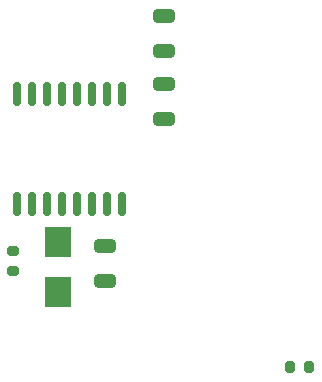
<source format=gtp>
%TF.GenerationSoftware,KiCad,Pcbnew,(6.0.6-1)-1*%
%TF.CreationDate,2022-07-07T18:25:44+02:00*%
%TF.ProjectId,beef_bridge,62656566-5f62-4726-9964-67652e6b6963,rev?*%
%TF.SameCoordinates,Original*%
%TF.FileFunction,Paste,Top*%
%TF.FilePolarity,Positive*%
%FSLAX46Y46*%
G04 Gerber Fmt 4.6, Leading zero omitted, Abs format (unit mm)*
G04 Created by KiCad (PCBNEW (6.0.6-1)-1) date 2022-07-07 18:25:44*
%MOMM*%
%LPD*%
G01*
G04 APERTURE LIST*
G04 Aperture macros list*
%AMRoundRect*
0 Rectangle with rounded corners*
0 $1 Rounding radius*
0 $2 $3 $4 $5 $6 $7 $8 $9 X,Y pos of 4 corners*
0 Add a 4 corners polygon primitive as box body*
4,1,4,$2,$3,$4,$5,$6,$7,$8,$9,$2,$3,0*
0 Add four circle primitives for the rounded corners*
1,1,$1+$1,$2,$3*
1,1,$1+$1,$4,$5*
1,1,$1+$1,$6,$7*
1,1,$1+$1,$8,$9*
0 Add four rect primitives between the rounded corners*
20,1,$1+$1,$2,$3,$4,$5,0*
20,1,$1+$1,$4,$5,$6,$7,0*
20,1,$1+$1,$6,$7,$8,$9,0*
20,1,$1+$1,$8,$9,$2,$3,0*%
G04 Aperture macros list end*
%ADD10RoundRect,0.250000X0.650000X-0.325000X0.650000X0.325000X-0.650000X0.325000X-0.650000X-0.325000X0*%
%ADD11R,2.300000X2.500000*%
%ADD12RoundRect,0.200000X-0.200000X-0.275000X0.200000X-0.275000X0.200000X0.275000X-0.200000X0.275000X0*%
%ADD13RoundRect,0.150000X0.150000X-0.875000X0.150000X0.875000X-0.150000X0.875000X-0.150000X-0.875000X0*%
%ADD14RoundRect,0.200000X-0.275000X0.200000X-0.275000X-0.200000X0.275000X-0.200000X0.275000X0.200000X0*%
G04 APERTURE END LIST*
D10*
%TO.C,C5*%
X124750000Y-118475000D03*
X124750000Y-115525000D03*
%TD*%
D11*
%TO.C,D1*%
X120745000Y-119405000D03*
X120745000Y-115105000D03*
%TD*%
D12*
%TO.C,R1*%
X140420000Y-125755000D03*
X142070000Y-125755000D03*
%TD*%
D10*
%TO.C,C1*%
X129750000Y-104725000D03*
X129750000Y-101775000D03*
%TD*%
D13*
%TO.C,U1*%
X117300000Y-111905000D03*
X118570000Y-111905000D03*
X119840000Y-111905000D03*
X121110000Y-111905000D03*
X122380000Y-111905000D03*
X123650000Y-111905000D03*
X124920000Y-111905000D03*
X126190000Y-111905000D03*
X126190000Y-102605000D03*
X124920000Y-102605000D03*
X123650000Y-102605000D03*
X122380000Y-102605000D03*
X121110000Y-102605000D03*
X119840000Y-102605000D03*
X118570000Y-102605000D03*
X117300000Y-102605000D03*
%TD*%
D10*
%TO.C,C4*%
X129750000Y-98975000D03*
X129750000Y-96025000D03*
%TD*%
D14*
%TO.C,R2*%
X117000000Y-115925000D03*
X117000000Y-117575000D03*
%TD*%
M02*

</source>
